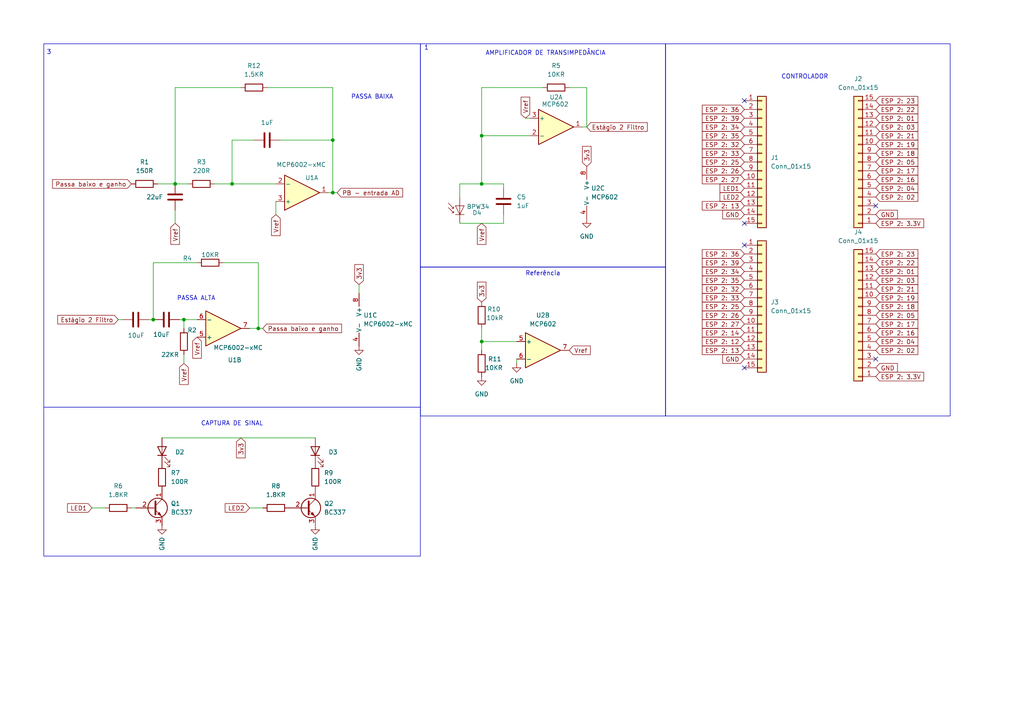
<source format=kicad_sch>
(kicad_sch (version 20231120) (generator "eeschema") (generator_version "8.0")
  (paper "A4")
  (lib_symbols
    (symbol "Amplifier_Operational:MCP6002-xMC" (pin_names (offset 0.127))
      (property "Reference" "U" (at 0 5.08 0))
      (property "Value" "MCP6002-xMC" (at 0 -5.08 0))
      (symbol "MCP6002-xMC_1_1"
        (polyline (pts (xy -5.08 5.08) (xy 5.08 0) (xy -5.08 -5.08) (xy -5.08 5.08)) (stroke (width 0.254)) (fill (type background)))
        (pin output line (at 7.62 0 180) (length 2.54) (name "~") (number "1"))
        (pin input line (at -7.62 -2.54 0) (length 2.54) (name "-") (number "2"))
        (pin input line (at -7.62 2.54 0) (length 2.54) (name "+") (number "3"))
      )
      (symbol "MCP6002-xMC_2_1"
        (polyline (pts (xy -5.08 5.08) (xy 5.08 0) (xy -5.08 -5.08) (xy -5.08 5.08)) (stroke (width 0.254)) (fill (type background)))
        (pin input line (at -7.62 2.54 0) (length 2.54) (name "+") (number "5"))
        (pin input line (at -7.62 -2.54 0) (length 2.54) (name "-") (number "6"))
        (pin output line (at 7.62 0 180) (length 2.54) (name "~") (number "7"))
      )
      (symbol "MCP6002-xMC_3_1"
        (pin power_in line (at -2.54 -7.62 90) (length 3.81) (name "V-") (number "4"))
        (pin power_in line (at -2.54 7.62 270) (length 3.81) (name "V+") (number "8"))
        (pin passive line (at -2.54 -7.62 90) (length 3.81) hide (name "V-") (number "9"))
      )
    )
    (symbol "Amplifier_Operational:MCP602" (pin_names (offset 0.127))
      (property "Reference" "U" (at 0 5.08 0))
      (property "Value" "MCP602" (at 0 -5.08 0))
      (symbol "MCP602_1_1"
        (polyline (pts (xy -5.08 5.08) (xy 5.08 0) (xy -5.08 -5.08) (xy -5.08 5.08)) (stroke (width 0.254)) (fill (type background)))
        (pin output line (at 7.62 0 180) (length 2.54) (name "~") (number "1"))
        (pin input line (at -7.62 -2.54 0) (length 2.54) (name "-") (number "2"))
        (pin input line (at -7.62 2.54 0) (length 2.54) (name "+") (number "3"))
      )
      (symbol "MCP602_2_1"
        (polyline (pts (xy -5.08 5.08) (xy 5.08 0) (xy -5.08 -5.08) (xy -5.08 5.08)) (stroke (width 0.254)) (fill (type background)))
        (pin input line (at -7.62 2.54 0) (length 2.54) (name "+") (number "5"))
        (pin input line (at -7.62 -2.54 0) (length 2.54) (name "-") (number "6"))
        (pin output line (at 7.62 0 180) (length 2.54) (name "~") (number "7"))
      )
      (symbol "MCP602_3_1"
        (pin power_in line (at -2.54 -7.62 90) (length 3.81) (name "V-") (number "4"))
        (pin power_in line (at -2.54 7.62 270) (length 3.81) (name "V+") (number "8"))
      )
    )
    (symbol "Connector_Generic:Conn_01x15" (pin_names (offset 1.016) hide)
      (property "Reference" "J" (at 0 20.32 0))
      (property "Value" "Conn_01x15" (at 0 -20.32 0))
      (symbol "Conn_01x15_1_1"
        (rectangle (start -1.27 -17.653) (end 0 -17.907) (stroke (width 0.1524)))
        (rectangle (start -1.27 -15.113) (end 0 -15.367) (stroke (width 0.1524)))
        (rectangle (start -1.27 -12.573) (end 0 -12.827) (stroke (width 0.1524)))
        (rectangle (start -1.27 -10.033) (end 0 -10.287) (stroke (width 0.1524)))
        (rectangle (start -1.27 -7.493) (end 0 -7.747) (stroke (width 0.1524)))
        (rectangle (start -1.27 -4.953) (end 0 -5.207) (stroke (width 0.1524)))
        (rectangle (start -1.27 -2.413) (end 0 -2.667) (stroke (width 0.1524)))
        (rectangle (start -1.27 0.127) (end 0 -0.127) (stroke (width 0.1524)))
        (rectangle (start -1.27 2.667) (end 0 2.413) (stroke (width 0.1524)))
        (rectangle (start -1.27 5.207) (end 0 4.953) (stroke (width 0.1524)))
        (rectangle (start -1.27 7.747) (end 0 7.493) (stroke (width 0.1524)))
        (rectangle (start -1.27 10.287) (end 0 10.033) (stroke (width 0.1524)))
        (rectangle (start -1.27 12.827) (end 0 12.573) (stroke (width 0.1524)))
        (rectangle (start -1.27 15.367) (end 0 15.113) (stroke (width 0.1524)))
        (rectangle (start -1.27 17.907) (end 0 17.653) (stroke (width 0.1524)))
        (rectangle (start -1.27 19.05) (end 1.27 -19.05) (stroke (width 0.254)) (fill (type background)))
        (pin passive line (at -5.08 17.78 0) (length 3.81) (name "Pin_1") (number "1"))
        (pin passive line (at -5.08 -5.08 0) (length 3.81) (name "Pin_10") (number "10"))
        (pin passive line (at -5.08 -7.62 0) (length 3.81) (name "Pin_11") (number "11"))
        (pin passive line (at -5.08 -10.16 0) (length 3.81) (name "Pin_12") (number "12"))
        (pin passive line (at -5.08 -12.7 0) (length 3.81) (name "Pin_13") (number "13"))
        (pin passive line (at -5.08 -15.24 0) (length 3.81) (name "Pin_14") (number "14"))
        (pin passive line (at -5.08 -17.78 0) (length 3.81) (name "Pin_15") (number "15"))
        (pin passive line (at -5.08 15.24 0) (length 3.81) (name "Pin_2") (number "2"))
        (pin passive line (at -5.08 12.7 0) (length 3.81) (name "Pin_3") (number "3"))
        (pin passive line (at -5.08 10.16 0) (length 3.81) (name "Pin_4") (number "4"))
        (pin passive line (at -5.08 7.62 0) (length 3.81) (name "Pin_5") (number "5"))
        (pin passive line (at -5.08 5.08 0) (length 3.81) (name "Pin_6") (number "6"))
        (pin passive line (at -5.08 2.54 0) (length 3.81) (name "Pin_7") (number "7"))
        (pin passive line (at -5.08 0 0) (length 3.81) (name "Pin_8") (number "8"))
        (pin passive line (at -5.08 -2.54 0) (length 3.81) (name "Pin_9") (number "9"))
      )
    )
    (symbol "Device:C" (pin_numbers hide) (pin_names (offset 0.254))
      (property "Reference" "C" (at 0.635 2.54 0))
      (property "Value" "C" (at 0.635 -2.54 0))
      (symbol "C_0_1"
        (polyline (pts (xy -2.032 -0.762) (xy 2.032 -0.762)) (stroke (width 0.508)))
        (polyline (pts (xy -2.032 0.762) (xy 2.032 0.762)) (stroke (width 0.508)))
      )
      (symbol "C_1_1"
        (pin passive line (at 0 3.81 270) (length 2.794) (name "~") (number "1"))
        (pin passive line (at 0 -3.81 90) (length 2.794) (name "~") (number "2"))
      )
    )
    (symbol "Device:R" (pin_numbers hide) (pin_names (offset 0))
      (property "Reference" "R" (at 2.032 0 90))
      (property "Value" "R" (at 0 0 90))
      (symbol "R_0_1"
        (rectangle (start -1.016 -2.54) (end 1.016 2.54) (stroke (width 0.254)))
      )
      (symbol "R_1_1"
        (pin passive line (at 0 3.81 270) (length 1.27) (name "~") (number "1"))
        (pin passive line (at 0 -3.81 90) (length 1.27) (name "~") (number "2"))
      )
    )
    (symbol "LED:IR26-21C_L110_TR8" (pin_numbers hide) (pin_names (offset 1.016) hide)
      (property "Reference" "D" (at 0 2.54 0))
      (property "Value" "IR26-21C_L110_TR8" (at 0 -3.81 0))
      (symbol "IR26-21C_L110_TR8_0_1"
        (polyline (pts (xy -1.27 -1.27) (xy -1.27 1.27)) (stroke (width 0.254)))
        (polyline (pts (xy -1.27 0) (xy 1.27 0)))
        (polyline (pts (xy 1.27 -1.27) (xy 1.27 1.27) (xy -1.27 0) (xy 1.27 -1.27)) (stroke (width 0.254)))
        (polyline (pts (xy -3.048 -0.762) (xy -4.572 -2.286) (xy -3.81 -2.286) (xy -4.572 -2.286) (xy -4.572 -1.524)))
        (polyline (pts (xy -1.778 -0.762) (xy -3.302 -2.286) (xy -2.54 -2.286) (xy -3.302 -2.286) (xy -3.302 -1.524)))
      )
      (symbol "IR26-21C_L110_TR8_1_1"
        (pin passive line (at -3.81 0 0) (length 2.54) (name "K") (number "1"))
        (pin passive line (at 3.81 0 180) (length 2.54) (name "A") (number "2"))
      )
    )
    (symbol "Sensor_Optical:BPW34" (pin_numbers hide) (pin_names (offset 1.016) hide)
      (property "Reference" "D" (at 0.508 1.778 0))
      (property "Value" "BPW34" (at -1.016 -2.794 0))
      (symbol "BPW34_0_1"
        (polyline (pts (xy -2.54 1.27) (xy -2.54 -1.27)) (stroke (width 0.1524)))
        (polyline (pts (xy -2.032 1.778) (xy -1.524 1.778)))
        (polyline (pts (xy 0 -1.27) (xy 0 1.27)))
        (polyline (pts (xy 0 0) (xy -2.54 0)))
        (polyline (pts (xy -0.508 3.302) (xy -2.032 1.778) (xy -2.032 2.286)))
        (polyline (pts (xy 0 1.27) (xy -2.54 0) (xy 0 -1.27)))
        (polyline (pts (xy 0.762 3.302) (xy -0.762 1.778) (xy -0.762 2.286) (xy -0.762 1.778) (xy -0.254 1.778)))
      )
      (symbol "BPW34_1_1"
        (pin passive line (at -5.08 0 0) (length 2.54) (name "K") (number "1"))
        (pin passive line (at 2.54 0 180) (length 2.54) (name "A") (number "2"))
      )
    )
    (symbol "Transistor_BJT:BC337" (pin_names (offset 0) hide)
      (property "Reference" "Q" (at 5.08 1.905 0))
      (property "Value" "BC337" (at 5.08 0 0))
      (symbol "BC337_0_1"
        (polyline (pts (xy 0 0) (xy 0.635 0)))
        (polyline (pts (xy 0.635 0.635) (xy 2.54 2.54)))
        (polyline (pts (xy 0.635 -0.635) (xy 2.54 -2.54) (xy 2.54 -2.54)))
        (polyline (pts (xy 0.635 1.905) (xy 0.635 -1.905) (xy 0.635 -1.905)) (stroke (width 0.508)))
        (polyline (pts (xy 1.27 -1.778) (xy 1.778 -1.27) (xy 2.286 -2.286) (xy 1.27 -1.778) (xy 1.27 -1.778)) (fill (type outline)))
        (circle (center 1.27 0) (radius 2.8194) (stroke (width 0.254)))
      )
      (symbol "BC337_1_1"
        (pin passive line (at 2.54 5.08 270) (length 2.54) (name "C") (number "1"))
        (pin input line (at -5.08 0 0) (length 5.08) (name "B") (number "2"))
        (pin passive line (at 2.54 -5.08 90) (length 2.54) (name "E") (number "3"))
      )
    )
    (symbol "power:GND" (power) (pin_numbers hide) (pin_names (offset 0) hide)
      (property "Value" "GND" (at 0 -3.81 0))
      (symbol "GND_0_1"
        (polyline (pts (xy 0 0) (xy 0 -1.27) (xy 1.27 -1.27) (xy 0 -2.54) (xy -1.27 -1.27) (xy 0 -1.27)))
      )
      (symbol "GND_1_1"
        (pin power_in line (at 0 0 270) (length 0) (name "~") (number "1"))
      )
    )
  )
  (junction (at 67.31 53.34))
  (junction (at 139.7 53.34))
  (junction (at 139.7 99.06))
  (junction (at 74.93 95.25))
  (junction (at 139.7 39.37))
  (junction (at 53.34 92.71))
  (junction (at 44.45 92.71))
  (junction (at 96.52 40.64))
  (junction (at 96.52 55.88))
  (junction (at 50.8 53.34))
  (no_connect (at 215.9 106.68))
  (no_connect (at 254 59.69))
  (no_connect (at 215.9 71.12))
  (no_connect (at 215.9 29.21))
  (no_connect (at 215.9 64.77))
  (no_connect (at 254 104.14))
  (wire (pts (xy 104.14 85.09) (xy 104.14 82.55)))
  (wire (pts (xy 77.47 25.4) (xy 96.52 25.4)))
  (wire (pts (xy 76.2 95.25) (xy 74.93 95.25)))
  (wire (pts (xy 146.05 53.34) (xy 146.05 54.61)))
  (wire (pts (xy 44.45 76.2) (xy 44.45 92.71)))
  (wire (pts (xy 157.48 25.4) (xy 139.7 25.4)))
  (wire (pts (xy 96.52 40.64) (xy 96.52 55.88)))
  (wire (pts (xy 50.8 25.4) (xy 50.8 53.34)))
  (wire (pts (xy 139.7 95.25) (xy 139.7 99.06)))
  (wire (pts (xy 53.34 105.41) (xy 53.34 102.87)))
  (wire (pts (xy 57.15 76.2) (xy 44.45 76.2)))
  (wire (pts (xy 46.99 127) (xy 91.44 127)))
  (wire (pts (xy 152.4 34.29) (xy 153.67 34.29)))
  (wire (pts (xy 74.93 76.2) (xy 74.93 95.25)))
  (wire (pts (xy 146.05 62.23) (xy 146.05 64.77)))
  (wire (pts (xy 44.45 92.71) (xy 43.18 92.71)))
  (wire (pts (xy 139.7 99.06) (xy 149.86 99.06)))
  (wire (pts (xy 133.35 53.34) (xy 133.35 57.15)))
  (wire (pts (xy 57.15 92.71) (xy 53.34 92.71)))
  (wire (pts (xy 96.52 25.4) (xy 96.52 40.64)))
  (wire (pts (xy 67.31 53.34) (xy 80.01 53.34)))
  (wire (pts (xy 67.31 40.64) (xy 67.31 53.34)))
  (wire (pts (xy 80.01 62.23) (xy 80.01 58.42)))
  (wire (pts (xy 26.67 147.32) (xy 30.48 147.32)))
  (wire (pts (xy 50.8 53.34) (xy 54.61 53.34)))
  (wire (pts (xy 74.93 95.25) (xy 72.39 95.25)))
  (wire (pts (xy 72.39 147.32) (xy 76.2 147.32)))
  (wire (pts (xy 81.28 40.64) (xy 96.52 40.64)))
  (wire (pts (xy 38.1 147.32) (xy 39.37 147.32)))
  (wire (pts (xy 168.91 36.83) (xy 170.18 36.83)))
  (wire (pts (xy 69.85 25.4) (xy 50.8 25.4)))
  (wire (pts (xy 53.34 95.25) (xy 53.34 92.71)))
  (wire (pts (xy 64.77 76.2) (xy 74.93 76.2)))
  (wire (pts (xy 139.7 99.06) (xy 139.7 101.6)))
  (wire (pts (xy 53.34 92.71) (xy 52.07 92.71)))
  (wire (pts (xy 73.66 40.64) (xy 67.31 40.64)))
  (wire (pts (xy 62.23 53.34) (xy 67.31 53.34)))
  (wire (pts (xy 149.86 104.14) (xy 149.86 105.41)))
  (wire (pts (xy 133.35 53.34) (xy 139.7 53.34)))
  (wire (pts (xy 50.8 60.96) (xy 50.8 64.77)))
  (wire (pts (xy 96.52 55.88) (xy 97.79 55.88)))
  (wire (pts (xy 139.7 39.37) (xy 139.7 53.34)))
  (wire (pts (xy 139.7 39.37) (xy 153.67 39.37)))
  (wire (pts (xy 95.25 55.88) (xy 96.52 55.88)))
  (wire (pts (xy 146.05 64.77) (xy 133.35 64.77)))
  (wire (pts (xy 139.7 53.34) (xy 146.05 53.34)))
  (wire (pts (xy 165.1 25.4) (xy 170.18 25.4)))
  (wire (pts (xy 45.72 53.34) (xy 50.8 53.34)))
  (wire (pts (xy 35.56 92.71) (xy 34.29 92.71)))
  (wire (pts (xy 139.7 25.4) (xy 139.7 39.37)))
  (wire (pts (xy 170.18 25.4) (xy 170.18 36.83)))
  (rectangle (start 193.04 12.7) (end 275.59 120.65))
  (rectangle (start 121.92 12.7) (end 193.04 77.47))
  (rectangle (start 12.7 12.7) (end 121.92 118.11))
  (rectangle (start 12.7 118.11) (end 121.92 161.29))
  (text_box "Referência" (at 121.92 77.47 0) (size 71.12 43.18) (effects (font (size 1.27 1.27)) (justify top)))
  (text "CAPTURA DE SINAL" (at 67.31 122.936 0) (effects (font (size 1.27 1.27))))
  (text "PASSA BAIXA" (at 107.95 28.194 0) (effects (font (size 1.27 1.27))))
  (text "1" (at 123.698 13.97 0) (effects (font (size 1.27 1.27))))
  (text "AMPLIFICADOR DE TRANSIMPEDÂNCIA" (at 158.242 15.494 0) (effects (font (size 1.27 1.27))))
  (text "PASSA ALTA\n" (at 56.896 86.614 0) (effects (font (size 1.27 1.27))))
  (text "3" (at 14.224 15.24 0) (effects (font (size 1.27 1.27))))
  (text "CONTROLADOR" (at 233.426 22.352 0) (effects (font (size 1.27 1.27))))
  (global_label "ESP 2: 34" (shape input) (at 215.9 78.74 180) (property "Intersheetrefs" "${INTERSHEET_REFS}" (effects (hide yes))))
  (global_label "LED1" (shape input) (at 26.67 147.32 180) (property "Intersheetrefs" "${INTERSHEET_REFS}" (effects (hide yes))))
  (global_label "ESP 2: 04" (shape input) (at 254 99.06 0) (property "Intersheetrefs" "${INTERSHEET_REFS}" (effects (hide yes))))
  (global_label "ESP 2: 25" (shape input) (at 215.9 46.99 180) (property "Intersheetrefs" "${INTERSHEET_REFS}" (effects (hide yes))))
  (global_label "ESP 2: 03" (shape input) (at 254 36.83 0) (property "Intersheetrefs" "${INTERSHEET_REFS}" (effects (hide yes))))
  (global_label "ESP 2: 35" (shape input) (at 215.9 81.28 180) (property "Intersheetrefs" "${INTERSHEET_REFS}" (effects (hide yes))))
  (global_label "ESP 2: 13" (shape input) (at 215.9 101.6 180) (property "Intersheetrefs" "${INTERSHEET_REFS}" (effects (hide yes))))
  (global_label "ESP 2: 22" (shape input) (at 254 76.2 0) (property "Intersheetrefs" "${INTERSHEET_REFS}" (effects (hide yes))))
  (global_label "ESP 2: 33" (shape input) (at 215.9 44.45 180) (property "Intersheetrefs" "${INTERSHEET_REFS}" (effects (hide yes))))
  (global_label "LED1" (shape input) (at 215.9 54.61 180) (property "Intersheetrefs" "${INTERSHEET_REFS}" (effects (hide yes))))
  (global_label "3v3" (shape input) (at 139.7 87.63 90) (property "Intersheetrefs" "${INTERSHEET_REFS}" (effects (hide yes))))
  (global_label "ESP 2: 25" (shape input) (at 215.9 88.9 180) (property "Intersheetrefs" "${INTERSHEET_REFS}" (effects (hide yes))))
  (global_label "ESP 2: 13" (shape input) (at 215.9 59.69 180) (property "Intersheetrefs" "${INTERSHEET_REFS}" (effects (hide yes))))
  (global_label "LED2" (shape input) (at 215.9 57.15 180) (property "Intersheetrefs" "${INTERSHEET_REFS}" (effects (hide yes))))
  (global_label "ESP 2: 32" (shape input) (at 215.9 41.91 180) (property "Intersheetrefs" "${INTERSHEET_REFS}" (effects (hide yes))))
  (global_label "ESP 2: 05" (shape input) (at 254 91.44 0) (property "Intersheetrefs" "${INTERSHEET_REFS}" (effects (hide yes))))
  (global_label "ESP 2: 19" (shape input) (at 254 41.91 0) (property "Intersheetrefs" "${INTERSHEET_REFS}" (effects (hide yes))))
  (global_label "ESP 2: 02" (shape input) (at 254 101.6 0) (property "Intersheetrefs" "${INTERSHEET_REFS}" (effects (hide yes))))
  (global_label "ESP 2: 12" (shape input) (at 215.9 99.06 180) (property "Intersheetrefs" "${INTERSHEET_REFS}" (effects (hide yes))))
  (global_label "ESP 2: 34" (shape input) (at 215.9 36.83 180) (property "Intersheetrefs" "${INTERSHEET_REFS}" (effects (hide yes))))
  (global_label "ESP 2: 01" (shape input) (at 254 34.29 0) (property "Intersheetrefs" "${INTERSHEET_REFS}" (effects (hide yes))))
  (global_label "Vref" (shape input) (at 152.4 34.29 90) (property "Intersheetrefs" "${INTERSHEET_REFS}" (effects (hide yes))))
  (global_label "Passa baixo e ganho" (shape input) (at 38.1 53.34 180) (property "Intersheetrefs" "${INTERSHEET_REFS}" (effects (hide yes))))
  (global_label "LED2" (shape input) (at 72.39 147.32 180) (property "Intersheetrefs" "${INTERSHEET_REFS}" (effects (hide yes))))
  (global_label "ESP 2: 01" (shape input) (at 254 78.74 0) (property "Intersheetrefs" "${INTERSHEET_REFS}" (effects (hide yes))))
  (global_label "ESP 2: 39" (shape input) (at 215.9 76.2 180) (property "Intersheetrefs" "${INTERSHEET_REFS}" (effects (hide yes))))
  (global_label "3v3" (shape input) (at 104.14 82.55 90) (property "Intersheetrefs" "${INTERSHEET_REFS}" (effects (hide yes))))
  (global_label "ESP 2: 23" (shape input) (at 254 29.21 0) (property "Intersheetrefs" "${INTERSHEET_REFS}" (effects (hide yes))))
  (global_label "Passa baixo e ganho" (shape input) (at 76.2 95.25 0) (property "Intersheetrefs" "${INTERSHEET_REFS}" (effects (hide yes))))
  (global_label "ESP 2: 05" (shape input) (at 254 46.99 0) (property "Intersheetrefs" "${INTERSHEET_REFS}" (effects (hide yes))))
  (global_label "Vref" (shape input) (at 165.1 101.6 0) (property "Intersheetrefs" "${INTERSHEET_REFS}" (effects (hide yes))))
  (global_label "PB - entrada AD" (shape input) (at 97.79 55.88 0) (property "Intersheetrefs" "${INTERSHEET_REFS}" (effects (hide yes))))
  (global_label "3v3" (shape input) (at 69.85 127 270) (property "Intersheetrefs" "${INTERSHEET_REFS}" (effects (hide yes))))
  (global_label "ESP 2: 33" (shape input) (at 215.9 86.36 180) (property "Intersheetrefs" "${INTERSHEET_REFS}" (effects (hide yes))))
  (global_label "ESP 2: 22" (shape input) (at 254 31.75 0) (property "Intersheetrefs" "${INTERSHEET_REFS}" (effects (hide yes))))
  (global_label "GND" (shape input) (at 254 62.23 0) (property "Intersheetrefs" "${INTERSHEET_REFS}" (effects (hide yes))))
  (global_label "Vref" (shape input) (at 53.34 105.41 270) (property "Intersheetrefs" "${INTERSHEET_REFS}" (effects (hide yes))))
  (global_label "ESP 2: 04" (shape input) (at 254 54.61 0) (property "Intersheetrefs" "${INTERSHEET_REFS}" (effects (hide yes))))
  (global_label "ESP 2: 26" (shape input) (at 215.9 49.53 180) (property "Intersheetrefs" "${INTERSHEET_REFS}" (effects (hide yes))))
  (global_label "ESP 2: 03" (shape input) (at 254 81.28 0) (property "Intersheetrefs" "${INTERSHEET_REFS}" (effects (hide yes))))
  (global_label "ESP 2: 39" (shape input) (at 215.9 34.29 180) (property "Intersheetrefs" "${INTERSHEET_REFS}" (effects (hide yes))))
  (global_label "ESP 2: 35" (shape input) (at 215.9 39.37 180) (property "Intersheetrefs" "${INTERSHEET_REFS}" (effects (hide yes))))
  (global_label "Estágio 2 Filtro" (shape input) (at 170.18 36.83 0) (property "Intersheetrefs" "${INTERSHEET_REFS}" (effects (hide yes))))
  (global_label "GND" (shape input) (at 215.9 62.23 180) (property "Intersheetrefs" "${INTERSHEET_REFS}" (effects (hide yes))))
  (global_label "ESP 2: 18" (shape input) (at 254 44.45 0) (property "Intersheetrefs" "${INTERSHEET_REFS}" (effects (hide yes))))
  (global_label "ESP 2: 23" (shape input) (at 254 73.66 0) (property "Intersheetrefs" "${INTERSHEET_REFS}" (effects (hide yes))))
  (global_label "ESP 2: 19" (shape input) (at 254 86.36 0) (property "Intersheetrefs" "${INTERSHEET_REFS}" (effects (hide yes))))
  (global_label "3v3" (shape input) (at 170.18 48.26 90) (property "Intersheetrefs" "${INTERSHEET_REFS}" (effects (hide yes))))
  (global_label "ESP 2: 21" (shape input) (at 254 39.37 0) (property "Intersheetrefs" "${INTERSHEET_REFS}" (effects (hide yes))))
  (global_label "ESP 2: 16" (shape input) (at 254 96.52 0) (property "Intersheetrefs" "${INTERSHEET_REFS}" (effects (hide yes))))
  (global_label "Vref" (shape input) (at 80.01 62.23 270) (property "Intersheetrefs" "${INTERSHEET_REFS}" (effects (hide yes))))
  (global_label "GND" (shape input) (at 254 106.68 0) (property "Intersheetrefs" "${INTERSHEET_REFS}" (effects (hide yes))))
  (global_label "Vref" (shape input) (at 139.7 64.77 270) (property "Intersheetrefs" "${INTERSHEET_REFS}" (effects (hide yes))))
  (global_label "ESP 2: 26" (shape input) (at 215.9 91.44 180) (property "Intersheetrefs" "${INTERSHEET_REFS}" (effects (hide yes))))
  (global_label "ESP 2: 16" (shape input) (at 254 52.07 0) (property "Intersheetrefs" "${INTERSHEET_REFS}" (effects (hide yes))))
  (global_label "ESP 2: 02" (shape input) (at 254 57.15 0) (property "Intersheetrefs" "${INTERSHEET_REFS}" (effects (hide yes))))
  (global_label "ESP 2: 17" (shape input) (at 254 49.53 0) (property "Intersheetrefs" "${INTERSHEET_REFS}" (effects (hide yes))))
  (global_label "ESP 2: 27" (shape input) (at 215.9 52.07 180) (property "Intersheetrefs" "${INTERSHEET_REFS}" (effects (hide yes))))
  (global_label "ESP 2: 3.3V" (shape input) (at 254 109.22 0) (property "Intersheetrefs" "${INTERSHEET_REFS}" (effects (hide yes))))
  (global_label "ESP 2: 3.3V" (shape input) (at 254 64.77 0) (property "Intersheetrefs" "${INTERSHEET_REFS}" (effects (hide yes))))
  (global_label "ESP 2: 21" (shape input) (at 254 83.82 0) (property "Intersheetrefs" "${INTERSHEET_REFS}" (effects (hide yes))))
  (global_label "ESP 2: 17" (shape input) (at 254 93.98 0) (property "Intersheetrefs" "${INTERSHEET_REFS}" (effects (hide yes))))
  (global_label "Vref" (shape input) (at 57.15 97.79 270) (property "Intersheetrefs" "${INTERSHEET_REFS}" (effects (hide yes))))
  (global_label "Vref" (shape input) (at 50.8 64.77 270) (property "Intersheetrefs" "${INTERSHEET_REFS}" (effects (hide yes))))
  (global_label "ESP 2: 36" (shape input) (at 215.9 73.66 180) (property "Intersheetrefs" "${INTERSHEET_REFS}" (effects (hide yes))))
  (global_label "ESP 2: 36" (shape input) (at 215.9 31.75 180) (property "Intersheetrefs" "${INTERSHEET_REFS}" (effects (hide yes))))
  (global_label "ESP 2: 14" (shape input) (at 215.9 96.52 180) (property "Intersheetrefs" "${INTERSHEET_REFS}" (effects (hide yes))))
  (global_label "ESP 2: 27" (shape input) (at 215.9 93.98 180) (property "Intersheetrefs" "${INTERSHEET_REFS}" (effects (hide yes))))
  (global_label "Estágio 2 Filtro" (shape input) (at 34.29 92.71 180) (property "Intersheetrefs" "${INTERSHEET_REFS}" (effects (hide yes))))
  (global_label "ESP 2: 18" (shape input) (at 254 88.9 0) (property "Intersheetrefs" "${INTERSHEET_REFS}" (effects (hide yes))))
  (global_label "ESP 2: 32" (shape input) (at 215.9 83.82 180) (property "Intersheetrefs" "${INTERSHEET_REFS}" (effects (hide yes))))
  (global_label "GND" (shape input) (at 215.9 104.14 180) (property "Intersheetrefs" "${INTERSHEET_REFS}" (effects (hide yes))))
  (symbol (lib_id "LED:IR26-21C_L110_TR8") (at 46.99 130.81 90) (unit 1)
    (property "Reference" "D2" (at 50.8 131.1274 90) (effects (justify right)))
    (property "Value" "MTE8120CP 805nm" (effects (hide yes)))
    (property "Footprint" "LED_THT:LED_D3.0mm_IRGrey" (effects (hide yes)))
    (property "Datasheet" "http://www.everlight.com/file/ProductFile/IR26-21C-L110-TR8.pdf" (effects (hide yes)))
    (property "Description" "940nm, 20 deg, Infrared LED, 1206" (effects (hide yes)))
  )
  (symbol (lib_id "Device:C") (at 50.8 57.15 0) (unit 1)
    (property "Reference" "C3" (effects (hide yes)))
    (property "Value" "22uF" (at 42.418 57.15 0) (effects (justify left)))
    (property "Footprint" "Capacitor_THT:C_Disc_D8.0mm_W2.5mm_P5.00mm" (effects (hide yes)))
    (property "Description" "Unpolarized capacitor" (effects (hide yes)))
  )
  (symbol (lib_id "Connector_Generic:Conn_01x15") (at 220.98 46.99 0) (unit 1)
    (property "Reference" "J1" (at 223.52 45.7199 0) (effects (justify left)))
    (property "Value" "Conn_01x15" (at 223.52 48.2599 0) (effects (justify left)))
    (property "Footprint" "Connector_PinSocket_2.54mm:PinSocket_1x15_P2.54mm_Vertical" (effects (hide yes)))
    (property "Description" "Generic connector, single row, 01x15, script generated (kicad-library-utils/schlib/autogen/connector/)" (effects (hide yes)))
  )
  (symbol (lib_id "Device:C") (at 77.47 40.64 90) (unit 1)
    (property "Reference" "C4" (effects (hide yes)))
    (property "Value" "1uF" (at 77.47 35.56 90))
    (property "Footprint" "Capacitor_THT:C_Disc_D8.0mm_W2.5mm_P5.00mm" (effects (hide yes)))
    (property "Description" "Unpolarized capacitor" (effects (hide yes)))
  )
  (symbol (lib_id "Device:R") (at 139.7 105.41 0) (unit 1)
    (property "Reference" "R11" (at 143.51 104.14 0))
    (property "Value" "10KR" (at 143.256 106.68 0))
    (property "Footprint" "Resistor_THT:R_Axial_DIN0204_L3.6mm_D1.6mm_P5.08mm_Horizontal" (effects (hide yes)))
    (property "Description" "Resistor" (effects (hide yes)))
  )
  (symbol (lib_id "Connector_Generic:Conn_01x15") (at 220.98 88.9 0) (unit 1)
    (property "Reference" "J3" (at 223.52 87.6299 0) (effects (justify left)))
    (property "Value" "Conn_01x15" (at 223.52 90.1699 0) (effects (justify left)))
    (property "Footprint" "Connector_PinSocket_2.54mm:PinSocket_1x15_P2.54mm_Vertical" (effects (hide yes)))
    (property "Description" "Generic connector, single row, 01x15, script generated (kicad-library-utils/schlib/autogen/connector/)" (effects (hide yes)))
  )
  (symbol (lib_id "Amplifier_Operational:MCP602") (at 172.72 55.88 0) (unit 3)
    (property "Reference" "U2" (at 171.45 54.6099 0) (effects (justify left)))
    (property "Value" "MCP602" (at 171.45 57.1499 0) (effects (justify left)))
    (property "Footprint" "Package_DFN_QFN:DFN-8-1EP_3x2mm_P0.5mm_EP1.75x1.45mm" (effects (hide yes)))
    (property "Datasheet" "http://ww1.microchip.com/downloads/en/DeviceDoc/21314g.pdf" (effects (hide yes)))
    (property "Description" "Dual 2.7V to 6.0V Single Supply CMOS Op Amps, DIP-8/SOIC-8/TSSOP-8" (effects (hide yes)))
  )
  (symbol (lib_id "power:GND") (at 139.7 109.22 0) (unit 1)
    (property "Reference" "#PWR06" (effects (hide yes)))
    (property "Value" "GND" (at 139.7 114.3 0))
    (property "Description" "Power symbol creates a global label with name \"GND\" , ground" (effects (hide yes)))
  )
  (symbol (lib_id "Device:R") (at 53.34 99.06 180) (unit 1)
    (property "Reference" "R2" (at 54.356 95.758 0) (effects (justify right)))
    (property "Value" "22KR" (at 46.736 102.87 0) (effects (justify right)))
    (property "Footprint" "Resistor_THT:R_Axial_DIN0204_L3.6mm_D1.6mm_P5.08mm_Horizontal" (effects (hide yes)))
    (property "Description" "Resistor" (effects (hide yes)))
  )
  (symbol (lib_id "Device:C") (at 146.05 58.42 0) (unit 1)
    (property "Reference" "C5" (at 149.86 57.1499 0) (effects (justify left)))
    (property "Value" "1uF" (at 149.86 59.6899 0) (effects (justify left)))
    (property "Footprint" "Capacitor_THT:C_Disc_D8.0mm_W2.5mm_P5.00mm" (effects (hide yes)))
    (property "Description" "Unpolarized capacitor" (effects (hide yes)))
  )
  (symbol (lib_id "Connector_Generic:Conn_01x15") (at 248.92 91.44 180) (unit 1)
    (property "Reference" "J4" (at 248.92 67.31 0))
    (property "Value" "Conn_01x15" (at 248.92 69.85 0))
    (property "Footprint" "Connector_PinSocket_2.54mm:PinSocket_1x15_P2.54mm_Vertical" (effects (hide yes)))
    (property "Description" "Generic connector, single row, 01x15, script generated (kicad-library-utils/schlib/autogen/connector/)" (effects (hide yes)))
  )
  (symbol (lib_id "Amplifier_Operational:MCP6002-xMC") (at 87.63 55.88 0) (mirror x) (unit 1)
    (property "Reference" "U1" (at 90.424 51.562 0))
    (property "Value" "MCP6002-xMC" (at 87.376 47.752 0))
    (property "Footprint" "Package_DFN_QFN:DFN-8-1EP_3x2mm_P0.5mm_EP1.75x1.45mm" (effects (hide yes)))
    (property "Datasheet" "http://ww1.microchip.com/downloads/en/DeviceDoc/21733j.pdf" (effects (hide yes)))
    (property "Description" "1MHz, Low-Power Op Amp, DFN-8" (effects (hide yes)))
  )
  (symbol (lib_id "Amplifier_Operational:MCP6002-xMC") (at 106.68 92.71 0) (unit 3)
    (property "Reference" "U1" (at 105.41 91.4399 0) (effects (justify left)))
    (property "Value" "MCP6002-xMC" (at 105.41 93.9799 0) (effects (justify left)))
    (property "Footprint" "Package_DFN_QFN:DFN-8-1EP_3x2mm_P0.5mm_EP1.75x1.45mm" (effects (hide yes)))
    (property "Datasheet" "http://ww1.microchip.com/downloads/en/DeviceDoc/21733j.pdf" (effects (hide yes)))
    (property "Description" "1MHz, Low-Power Op Amp, DFN-8" (effects (hide yes)))
  )
  (symbol (lib_id "Transistor_BJT:BC337") (at 44.45 147.32 0) (unit 1)
    (property "Reference" "Q1" (at 49.53 146.0499 0) (effects (justify left)))
    (property "Value" "BC337" (at 49.53 148.5899 0) (effects (justify left)))
    (property "Footprint" "Package_TO_SOT_THT:TO-92_Inline" (effects (hide yes)))
    (property "Datasheet" "https://diotec.com/tl_files/diotec/files/pdf/datasheets/bc337.pdf" (effects (hide yes)))
    (property "Description" "0.8A Ic, 45V Vce, NPN Transistor, TO-92" (effects (hide yes)))
  )
  (symbol (lib_id "Device:C") (at 39.37 92.71 90) (unit 1)
    (property "Reference" "C1" (effects (hide yes)))
    (property "Value" "10uF" (at 41.91 97.282 90) (effects (justify left)))
    (property "Footprint" "Capacitor_THT:C_Disc_D8.0mm_W2.5mm_P5.00mm" (effects (hide yes)))
    (property "Description" "Unpolarized capacitor" (effects (hide yes)))
  )
  (symbol (lib_id "Device:R") (at 161.29 25.4 90) (unit 1)
    (property "Reference" "R5" (at 161.29 19.05 90))
    (property "Value" "10KR" (at 161.29 21.59 90))
    (property "Footprint" "Resistor_THT:R_Axial_DIN0204_L3.6mm_D1.6mm_P5.08mm_Horizontal" (effects (hide yes)))
    (property "Description" "Resistor" (effects (hide yes)))
  )
  (symbol (lib_id "Device:R") (at 80.01 147.32 90) (unit 1)
    (property "Reference" "R8" (at 80.01 140.97 90))
    (property "Value" "1.8KR" (at 80.01 143.51 90))
    (property "Footprint" "Resistor_THT:R_Axial_DIN0204_L3.6mm_D1.6mm_P5.08mm_Horizontal" (effects (hide yes)))
    (property "Description" "Resistor" (effects (hide yes)))
  )
  (symbol (lib_id "power:GND") (at 149.86 105.41 0) (unit 1)
    (property "Reference" "#PWR07" (effects (hide yes)))
    (property "Value" "GND" (at 149.86 110.49 0))
    (property "Description" "Power symbol creates a global label with name \"GND\" , ground" (effects (hide yes)))
  )
  (symbol (lib_id "Device:R") (at 34.29 147.32 90) (unit 1)
    (property "Reference" "R6" (at 34.29 140.97 90))
    (property "Value" "1.8KR" (at 34.29 143.51 90))
    (property "Footprint" "Resistor_THT:R_Axial_DIN0204_L3.6mm_D1.6mm_P5.08mm_Horizontal" (effects (hide yes)))
    (property "Description" "Resistor" (effects (hide yes)))
  )
  (symbol (lib_id "power:GND") (at 170.18 63.5 0) (unit 1)
    (property "Reference" "#PWR08" (effects (hide yes)))
    (property "Value" "GND" (at 170.18 68.58 0))
    (property "Description" "Power symbol creates a global label with name \"GND\" , ground" (effects (hide yes)))
  )
  (symbol (lib_id "Device:R") (at 41.91 53.34 90) (unit 1)
    (property "Reference" "R1" (at 41.91 46.99 90))
    (property "Value" "150R" (at 41.91 49.53 90))
    (property "Footprint" "Resistor_THT:R_Axial_DIN0204_L3.6mm_D1.6mm_P5.08mm_Horizontal" (effects (hide yes)))
    (property "Description" "Resistor" (effects (hide yes)))
  )
  (symbol (lib_id "Device:R") (at 73.66 25.4 90) (unit 1)
    (property "Reference" "R12" (at 73.66 19.05 90))
    (property "Value" "1.5KR" (at 73.66 21.59 90))
    (property "Footprint" "Resistor_THT:R_Axial_DIN0204_L3.6mm_D1.6mm_P5.08mm_Horizontal" (effects (hide yes)))
    (property "Description" "Resistor" (effects (hide yes)))
  )
  (symbol (lib_id "Amplifier_Operational:MCP6002-xMC") (at 64.77 95.25 0) (mirror x) (unit 2)
    (property "Reference" "U1" (at 68.072 104.394 0))
    (property "Value" "MCP6002-xMC" (at 69.088 100.838 0))
    (property "Footprint" "Package_DFN_QFN:DFN-8-1EP_3x2mm_P0.5mm_EP1.75x1.45mm" (effects (hide yes)))
    (property "Datasheet" "http://ww1.microchip.com/downloads/en/DeviceDoc/21733j.pdf" (effects (hide yes)))
    (property "Description" "1MHz, Low-Power Op Amp, DFN-8" (effects (hide yes)))
  )
  (symbol (lib_id "Amplifier_Operational:MCP602") (at 157.48 101.6 0) (unit 2)
    (property "Reference" "U2" (at 157.48 91.44 0))
    (property "Value" "MCP602" (at 157.48 93.98 0))
    (property "Footprint" "Package_DFN_QFN:DFN-8-1EP_3x2mm_P0.5mm_EP1.75x1.45mm" (effects (hide yes)))
    (property "Datasheet" "http://ww1.microchip.com/downloads/en/DeviceDoc/21314g.pdf" (effects (hide yes)))
    (property "Description" "Dual 2.7V to 6.0V Single Supply CMOS Op Amps, DIP-8/SOIC-8/TSSOP-8" (effects (hide yes)))
  )
  (symbol (lib_id "power:GND") (at 46.99 152.4 0) (unit 1)
    (property "Reference" "#PWR012" (effects (hide yes)))
    (property "Value" "GND" (at 46.99 155.702 90) (effects (justify right)))
    (property "Description" "Power symbol creates a global label with name \"GND\" , ground" (effects (hide yes)))
  )
  (symbol (lib_id "power:GND") (at 104.14 100.33 0) (unit 1)
    (property "Reference" "#PWR05" (effects (hide yes)))
    (property "Value" "GND" (at 104.14 103.632 90) (effects (justify right)))
    (property "Description" "Power symbol creates a global label with name \"GND\" , ground" (effects (hide yes)))
  )
  (symbol (lib_id "Device:R") (at 60.96 76.2 90) (unit 1)
    (property "Reference" "R4" (at 54.356 74.93 90))
    (property "Value" "10KR" (at 60.96 73.914 90))
    (property "Footprint" "Resistor_THT:R_Axial_DIN0204_L3.6mm_D1.6mm_P5.08mm_Horizontal" (effects (hide yes)))
    (property "Description" "Resistor" (effects (hide yes)))
  )
  (symbol (lib_id "Device:R") (at 46.99 138.43 180) (unit 1)
    (property "Reference" "R7" (at 49.53 137.1599 0) (effects (justify right)))
    (property "Value" "100R" (at 49.53 139.6999 0) (effects (justify right)))
    (property "Footprint" "Resistor_THT:R_Axial_DIN0204_L3.6mm_D1.6mm_P5.08mm_Horizontal" (effects (hide yes)))
    (property "Description" "Resistor" (effects (hide yes)))
  )
  (symbol (lib_id "Device:C") (at 48.26 92.71 90) (unit 1)
    (property "Reference" "C2" (effects (hide yes)))
    (property "Value" "10uF" (at 49.276 97.028 90) (effects (justify left)))
    (property "Footprint" "Capacitor_THT:C_Disc_D8.0mm_W2.5mm_P5.00mm" (effects (hide yes)))
    (property "Description" "Unpolarized capacitor" (effects (hide yes)))
  )
  (symbol (lib_id "Device:R") (at 139.7 91.44 0) (unit 1)
    (property "Reference" "R10" (at 143.256 89.662 0))
    (property "Value" "10kR" (at 143.51 92.202 0))
    (property "Footprint" "Resistor_THT:R_Axial_DIN0204_L3.6mm_D1.6mm_P5.08mm_Horizontal" (effects (hide yes)))
    (property "Description" "Resistor" (effects (hide yes)))
  )
  (symbol (lib_id "Transistor_BJT:BC337") (at 88.9 147.32 0) (unit 1)
    (property "Reference" "Q2" (at 93.98 146.0499 0) (effects (justify left)))
    (property "Value" "BC337" (at 93.98 148.5899 0) (effects (justify left)))
    (property "Footprint" "Package_TO_SOT_THT:TO-92_Inline" (effects (hide yes)))
    (property "Datasheet" "https://diotec.com/tl_files/diotec/files/pdf/datasheets/bc337.pdf" (effects (hide yes)))
    (property "Description" "0.8A Ic, 45V Vce, NPN Transistor, TO-92" (effects (hide yes)))
  )
  (symbol (lib_id "Device:R") (at 91.44 138.43 180) (unit 1)
    (property "Reference" "R9" (at 93.98 137.1599 0) (effects (justify right)))
    (property "Value" "100R" (at 93.98 139.6999 0) (effects (justify right)))
    (property "Footprint" "Resistor_THT:R_Axial_DIN0204_L3.6mm_D1.6mm_P5.08mm_Horizontal" (effects (hide yes)))
    (property "Description" "Resistor" (effects (hide yes)))
  )
  (symbol (lib_id "Amplifier_Operational:MCP602") (at 161.29 36.83 0) (unit 1)
    (property "Reference" "U2" (at 161.29 28.194 0))
    (property "Value" "MCP602" (at 161.036 30.226 0))
    (property "Footprint" "Package_DFN_QFN:DFN-8-1EP_3x2mm_P0.5mm_EP1.75x1.45mm" (effects (hide yes)))
    (property "Datasheet" "http://ww1.microchip.com/downloads/en/DeviceDoc/21314g.pdf" (effects (hide yes)))
    (property "Description" "Dual 2.7V to 6.0V Single Supply CMOS Op Amps, DIP-8/SOIC-8/TSSOP-8" (effects (hide yes)))
  )
  (symbol (lib_id "LED:IR26-21C_L110_TR8") (at 91.44 130.81 90) (unit 1)
    (property "Reference" "D3" (at 95.25 131.1274 90) (effects (justify right)))
    (property "Value" "MTE8120CP 805nm" (effects (hide yes)))
    (property "Footprint" "LED_THT:LED_D3.0mm_Clear" (effects (hide yes)))
    (property "Datasheet" "http://www.everlight.com/file/ProductFile/IR26-21C-L110-TR8.pdf" (effects (hide yes)))
    (property "Description" "940nm, 20 deg, Infrared LED, 1206" (effects (hide yes)))
  )
  (symbol (lib_id "power:GND") (at 91.44 152.4 0) (unit 1)
    (property "Reference" "#PWR014" (effects (hide yes)))
    (property "Value" "GND" (at 91.44 155.702 90) (effects (justify right)))
    (property "Description" "Power symbol creates a global label with name \"GND\" , ground" (effects (hide yes)))
  )
  (symbol (lib_id "Sensor_Optical:BPW34") (at 133.35 59.69 90) (unit 1)
    (property "Reference" "D4" (at 139.7 61.722 90) (effects (justify left)))
    (property "Value" "BPW34" (at 141.986 59.944 90) (effects (justify left)))
    (property "Footprint" "OptoDevice:Osram_DIL2_4.3x4.65mm_P5.08mm" (effects (hide yes)))
    (property "Datasheet" "http://www.vishay.com/docs/81521/bpw34.pdf" (effects (hide yes)))
    (property "Description" "Silicon PIN Photodiode" (effects (hide yes)))
  )
  (symbol (lib_id "Connector_Generic:Conn_01x15") (at 248.92 46.99 180) (unit 1)
    (property "Reference" "J2" (at 248.92 22.86 0))
    (property "Value" "Conn_01x15" (at 248.92 25.4 0))
    (property "Footprint" "Connector_PinSocket_2.54mm:PinSocket_1x15_P2.54mm_Vertical" (effects (hide yes)))
    (property "Description" "Generic connector, single row, 01x15, script generated (kicad-library-utils/schlib/autogen/connector/)" (effects (hide yes)))
  )
  (symbol (lib_id "Device:R") (at 58.42 53.34 90) (unit 1)
    (property "Reference" "R3" (at 58.42 46.99 90))
    (property "Value" "220R" (at 58.42 49.53 90))
    (property "Footprint" "Resistor_THT:R_Axial_DIN0204_L3.6mm_D1.6mm_P5.08mm_Horizontal" (effects (hide yes)))
    (property "Description" "Resistor" (effects (hide yes)))
  )
)
</source>
